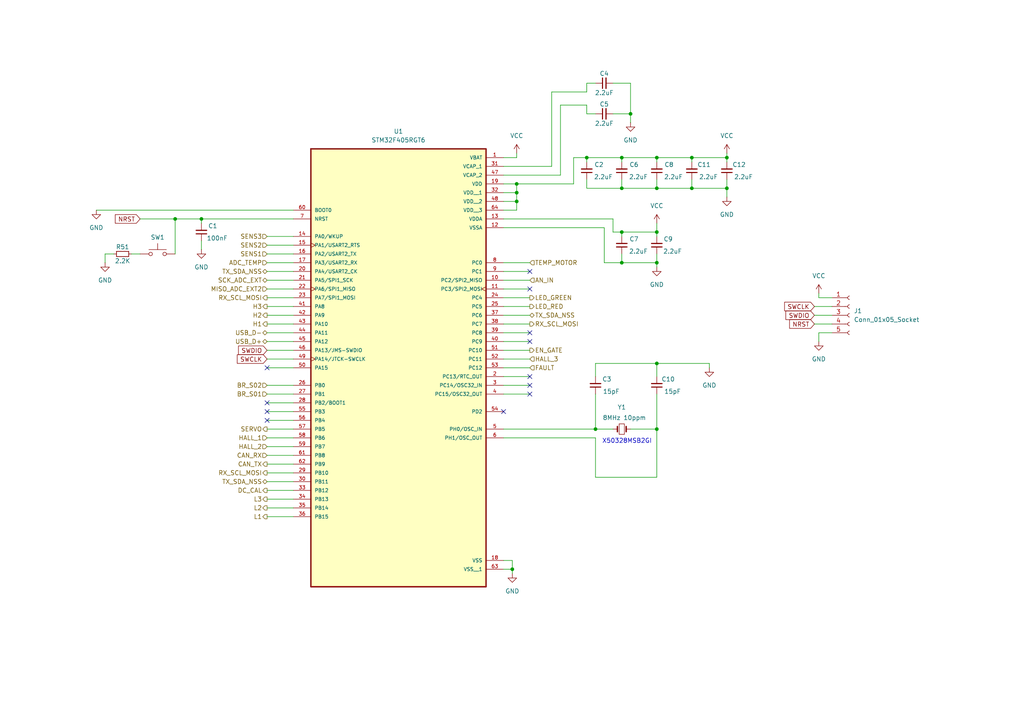
<source format=kicad_sch>
(kicad_sch (version 20231120) (generator "eeschema") (generator_version "8.0")
  (paper "A4")
  (lib_symbols
    (symbol "Connector:Conn_01x05_Socket" (pin_names (offset 1.016) hide)
      (property "Reference" "J" (at 0 7.62 0))
      (property "Value" "Conn_01x05_Socket" (at 0 -7.62 0))
      (symbol "Conn_01x05_Socket_1_1"
        (arc (start 0 -4.572) (mid -0.5058 -5.08) (end 0 -5.588) (stroke (width 0.1524)))
        (arc (start 0 -2.032) (mid -0.5058 -2.54) (end 0 -3.048) (stroke (width 0.1524)))
        (polyline (pts (xy -1.27 -5.08) (xy -0.508 -5.08)) (stroke (width 0.1524)))
        (polyline (pts (xy -1.27 -2.54) (xy -0.508 -2.54)) (stroke (width 0.1524)))
        (polyline (pts (xy -1.27 0) (xy -0.508 0)) (stroke (width 0.1524)))
        (polyline (pts (xy -1.27 2.54) (xy -0.508 2.54)) (stroke (width 0.1524)))
        (polyline (pts (xy -1.27 5.08) (xy -0.508 5.08)) (stroke (width 0.1524)))
        (arc (start 0 0.508) (mid -0.5058 0) (end 0 -0.508) (stroke (width 0.1524)))
        (arc (start 0 3.048) (mid -0.5058 2.54) (end 0 2.032) (stroke (width 0.1524)))
        (arc (start 0 5.588) (mid -0.5058 5.08) (end 0 4.572) (stroke (width 0.1524)))
        (pin passive line (at -5.08 5.08 0) (length 3.81) (name "Pin_1") (number "1"))
        (pin passive line (at -5.08 2.54 0) (length 3.81) (name "Pin_2") (number "2"))
        (pin passive line (at -5.08 0 0) (length 3.81) (name "Pin_3") (number "3"))
        (pin passive line (at -5.08 -2.54 0) (length 3.81) (name "Pin_4") (number "4"))
        (pin passive line (at -5.08 -5.08 0) (length 3.81) (name "Pin_5") (number "5"))
      )
    )
    (symbol "Device:C_Small" (pin_numbers hide) (pin_names (offset 0.254) hide)
      (property "Reference" "C" (at 0.254 1.778 0))
      (property "Value" "C_Small" (at 0.254 -2.032 0))
      (symbol "C_Small_0_1"
        (polyline (pts (xy -1.524 -0.508) (xy 1.524 -0.508)) (stroke (width 0.3302)))
        (polyline (pts (xy -1.524 0.508) (xy 1.524 0.508)) (stroke (width 0.3048)))
      )
      (symbol "C_Small_1_1"
        (pin passive line (at 0 2.54 270) (length 2.032) (name "~") (number "1"))
        (pin passive line (at 0 -2.54 90) (length 2.032) (name "~") (number "2"))
      )
    )
    (symbol "Device:Crystal_Small" (pin_numbers hide) (pin_names (offset 1.016) hide)
      (property "Reference" "Y" (at 0 2.54 0))
      (property "Value" "Crystal_Small" (at 0 -2.54 0))
      (symbol "Crystal_Small_0_1"
        (rectangle (start -0.762 -1.524) (end 0.762 1.524))
        (polyline (pts (xy -1.27 -0.762) (xy -1.27 0.762)) (stroke (width 0.381)))
        (polyline (pts (xy 1.27 -0.762) (xy 1.27 0.762)) (stroke (width 0.381)))
      )
      (symbol "Crystal_Small_1_1"
        (pin passive line (at -2.54 0 0) (length 1.27) (name "1") (number "1"))
        (pin passive line (at 2.54 0 180) (length 1.27) (name "2") (number "2"))
      )
    )
    (symbol "Device:R_Small" (pin_numbers hide) (pin_names (offset 0.254) hide)
      (property "Reference" "R" (at 0.762 0.508 0))
      (property "Value" "R_Small" (at 0.762 -1.016 0))
      (symbol "R_Small_0_1"
        (rectangle (start -0.762 1.778) (end 0.762 -1.778) (stroke (width 0.2032)))
      )
      (symbol "R_Small_1_1"
        (pin passive line (at 0 2.54 270) (length 0.762) (name "~") (number "1"))
        (pin passive line (at 0 -2.54 90) (length 0.762) (name "~") (number "2"))
      )
    )
    (symbol "STM32F405RGT6:STM32F405RGT6" (pin_names (offset 1.016))
      (property "Reference" "U4" (at 0 63.5 0))
      (property "Value" "STM32F405RGT6" (at 0 60.96 0))
      (symbol "STM32F405RGT6_0_0"
        (rectangle (start -25.4 -68.58) (end 25.4 58.42) (stroke (width 0.41)) (fill (type background)))
        (pin power_in line (at 30.48 55.88 180) (length 5.08) (name "VBAT") (number "1"))
        (pin bidirectional line (at 30.48 20.32 180) (length 5.08) (name "PC2/SPI2_MISO") (number "10"))
        (pin bidirectional clock (at 30.48 17.78 180) (length 5.08) (name "PC3/SPI2_MOSI") (number "11"))
        (pin power_in line (at 30.48 35.56 180) (length 5.08) (name "VSSA") (number "12"))
        (pin power_in line (at 30.48 38.1 180) (length 5.08) (name "VDDA") (number "13"))
        (pin bidirectional line (at -30.48 33.02 0) (length 5.08) (name "PA0/WKUP") (number "14"))
        (pin bidirectional clock (at -30.48 30.48 0) (length 5.08) (name "PA1/USART2_RTS") (number "15"))
        (pin bidirectional line (at -30.48 27.94 0) (length 5.08) (name "PA2/USART2_TX") (number "16"))
        (pin bidirectional line (at -30.48 25.4 0) (length 5.08) (name "PA3/USART2_RX") (number "17"))
        (pin power_in line (at 30.48 -60.96 180) (length 5.08) (name "VSS") (number "18"))
        (pin power_in line (at 30.48 48.26 180) (length 5.08) (name "VDD") (number "19"))
        (pin bidirectional line (at 30.48 -7.62 180) (length 5.08) (name "PC13/RTC_OUT") (number "2"))
        (pin bidirectional line (at -30.48 22.86 0) (length 5.08) (name "PA4/USART2_CK") (number "20"))
        (pin bidirectional line (at -30.48 20.32 0) (length 5.08) (name "PA5/SPI1_SCK") (number "21"))
        (pin bidirectional clock (at -30.48 17.78 0) (length 5.08) (name "PA6/SPI1_MISO") (number "22"))
        (pin bidirectional line (at -30.48 15.24 0) (length 5.08) (name "PA7/SPI1_MOSI") (number "23"))
        (pin bidirectional line (at 30.48 15.24 180) (length 5.08) (name "PC4") (number "24"))
        (pin bidirectional line (at 30.48 12.7 180) (length 5.08) (name "PC5") (number "25"))
        (pin bidirectional line (at -30.48 -10.16 0) (length 5.08) (name "PB0") (number "26"))
        (pin bidirectional line (at -30.48 -12.7 0) (length 5.08) (name "PB1") (number "27"))
        (pin bidirectional line (at -30.48 -15.24 0) (length 5.08) (name "PB2/BOOT1") (number "28"))
        (pin bidirectional line (at -30.48 -35.56 0) (length 5.08) (name "PB10") (number "29"))
        (pin bidirectional line (at 30.48 -10.16 180) (length 5.08) (name "PC14/OSC32_IN") (number "3"))
        (pin bidirectional line (at -30.48 -38.1 0) (length 5.08) (name "PB11") (number "30"))
        (pin power_in line (at 30.48 53.34 180) (length 5.08) (name "VCAP_1") (number "31"))
        (pin power_in line (at 30.48 45.72 180) (length 5.08) (name "VDD__1") (number "32"))
        (pin bidirectional line (at -30.48 -40.64 0) (length 5.08) (name "PB12") (number "33"))
        (pin bidirectional line (at -30.48 -43.18 0) (length 5.08) (name "PB13") (number "34"))
        (pin bidirectional line (at -30.48 -45.72 0) (length 5.08) (name "PB14") (number "35"))
        (pin bidirectional line (at -30.48 -48.26 0) (length 5.08) (name "PB15") (number "36"))
        (pin bidirectional line (at 30.48 10.16 180) (length 5.08) (name "PC6") (number "37"))
        (pin bidirectional line (at 30.48 7.62 180) (length 5.08) (name "PC7") (number "38"))
        (pin bidirectional line (at 30.48 5.08 180) (length 5.08) (name "PC8") (number "39"))
        (pin bidirectional line (at 30.48 -12.7 180) (length 5.08) (name "PC15/OSC32_OUT") (number "4"))
        (pin bidirectional line (at 30.48 2.54 180) (length 5.08) (name "PC9") (number "40"))
        (pin bidirectional line (at -30.48 12.7 0) (length 5.08) (name "PA8") (number "41"))
        (pin bidirectional line (at -30.48 10.16 0) (length 5.08) (name "PA9") (number "42"))
        (pin bidirectional line (at -30.48 7.62 0) (length 5.08) (name "PA10") (number "43"))
        (pin bidirectional line (at -30.48 5.08 0) (length 5.08) (name "PA11") (number "44"))
        (pin bidirectional line (at -30.48 2.54 0) (length 5.08) (name "PA12") (number "45"))
        (pin bidirectional line (at -30.48 0 0) (length 5.08) (name "PA13/JMS-SWDIO") (number "46"))
        (pin power_in line (at 30.48 50.8 180) (length 5.08) (name "VCAP_2") (number "47"))
        (pin power_in line (at 30.48 43.18 180) (length 5.08) (name "VDD__2") (number "48"))
        (pin bidirectional clock (at -30.48 -2.54 0) (length 5.08) (name "PA14/JTCK-SWCLK") (number "49"))
        (pin bidirectional line (at 30.48 -22.86 180) (length 5.08) (name "PH0/OSC_IN") (number "5"))
        (pin bidirectional line (at -30.48 -5.08 0) (length 5.08) (name "PA15") (number "50"))
        (pin bidirectional line (at 30.48 0 180) (length 5.08) (name "PC10") (number "51"))
        (pin bidirectional line (at 30.48 -2.54 180) (length 5.08) (name "PC11") (number "52"))
        (pin bidirectional line (at 30.48 -5.08 180) (length 5.08) (name "PC12") (number "53"))
        (pin bidirectional line (at 30.48 -17.78 180) (length 5.08) (name "PD2") (number "54"))
        (pin bidirectional line (at -30.48 -17.78 0) (length 5.08) (name "PB3") (number "55"))
        (pin bidirectional line (at -30.48 -20.32 0) (length 5.08) (name "PB4") (number "56"))
        (pin bidirectional line (at -30.48 -22.86 0) (length 5.08) (name "PB5") (number "57"))
        (pin bidirectional line (at -30.48 -25.4 0) (length 5.08) (name "PB6") (number "58"))
        (pin bidirectional line (at -30.48 -27.94 0) (length 5.08) (name "PB7") (number "59"))
        (pin bidirectional line (at 30.48 -25.4 180) (length 5.08) (name "PH1/OSC_OUT") (number "6"))
        (pin bidirectional line (at -30.48 40.64 0) (length 5.08) (name "BOOT0") (number "60"))
        (pin bidirectional line (at -30.48 -30.48 0) (length 5.08) (name "PB8") (number "61"))
        (pin bidirectional line (at -30.48 -33.02 0) (length 5.08) (name "PB9") (number "62"))
        (pin power_in line (at 30.48 -63.5 180) (length 5.08) (name "VSS__1") (number "63"))
        (pin power_in line (at 30.48 40.64 180) (length 5.08) (name "VDD__3") (number "64"))
        (pin bidirectional line (at -30.48 38.1 0) (length 5.08) (name "NRST") (number "7"))
        (pin bidirectional line (at 30.48 25.4 180) (length 5.08) (name "PC0") (number "8"))
        (pin bidirectional line (at 30.48 22.86 180) (length 5.08) (name "PC1") (number "9"))
      )
    )
    (symbol "Switch:SW_Push" (pin_numbers hide) (pin_names (offset 1.016) hide)
      (property "Reference" "SW" (at 1.27 2.54 0))
      (property "Value" "SW_Push" (at 0 -1.524 0))
      (symbol "SW_Push_0_1"
        (circle (center -2.032 0) (radius 0.508))
        (polyline (pts (xy 0 1.27) (xy 0 3.048)))
        (polyline (pts (xy 2.54 1.27) (xy -2.54 1.27)))
        (circle (center 2.032 0) (radius 0.508))
        (pin passive line (at -5.08 0 0) (length 2.54) (name "1") (number "1"))
        (pin passive line (at 5.08 0 180) (length 2.54) (name "2") (number "2"))
      )
    )
    (symbol "power:GND" (power) (pin_numbers hide) (pin_names (offset 0) hide)
      (property "Value" "GND" (at 0 -3.81 0))
      (symbol "GND_0_1"
        (polyline (pts (xy 0 0) (xy 0 -1.27) (xy 1.27 -1.27) (xy 0 -2.54) (xy -1.27 -1.27) (xy 0 -1.27)))
      )
      (symbol "GND_1_1"
        (pin power_in line (at 0 0 270) (length 0) (name "~") (number "1"))
      )
    )
    (symbol "power:VCC" (power) (pin_numbers hide) (pin_names (offset 0) hide)
      (property "Value" "VCC" (at 0 3.556 0))
      (symbol "VCC_0_1"
        (polyline (pts (xy -0.762 1.27) (xy 0 2.54)))
        (polyline (pts (xy 0 0) (xy 0 2.54)))
        (polyline (pts (xy 0 2.54) (xy 0.762 1.27)))
      )
      (symbol "VCC_1_1"
        (pin power_in line (at 0 0 90) (length 0) (name "~") (number "1"))
      )
    )
  )
  (junction (at 200.66 54.61))
  (junction (at 180.34 67.31))
  (junction (at 182.88 33.02))
  (junction (at 180.34 76.2))
  (junction (at 149.86 58.42))
  (junction (at 170.18 45.72))
  (junction (at 190.5 124.46))
  (junction (at 149.86 55.88))
  (junction (at 50.8 63.5))
  (junction (at 210.82 45.72))
  (junction (at 180.34 45.72))
  (junction (at 58.42 63.5))
  (junction (at 190.5 105.41))
  (junction (at 200.66 45.72))
  (junction (at 172.72 124.46))
  (junction (at 190.5 45.72))
  (junction (at 190.5 67.31))
  (junction (at 190.5 54.61))
  (junction (at 210.82 54.61))
  (junction (at 148.59 165.1))
  (junction (at 190.5 76.2))
  (junction (at 149.86 53.34))
  (junction (at 180.34 54.61))
  (no_connect (at 153.67 111.76))
  (no_connect (at 153.67 109.22))
  (no_connect (at 77.47 121.92))
  (no_connect (at 153.67 99.06))
  (no_connect (at 153.67 114.3))
  (no_connect (at 77.47 116.84))
  (no_connect (at 77.47 119.38))
  (no_connect (at 153.67 78.74))
  (no_connect (at 153.67 83.82))
  (no_connect (at 77.47 106.68))
  (no_connect (at 146.05 119.38))
  (no_connect (at 153.67 96.52))
  (wire (pts (xy 153.67 93.98) (xy 146.05 93.98)))
  (wire (pts (xy 146.05 58.42) (xy 149.86 58.42)))
  (wire (pts (xy 190.5 45.72) (xy 190.5 46.99)))
  (wire (pts (xy 146.05 55.88) (xy 149.86 55.88)))
  (wire (pts (xy 177.8 24.13) (xy 182.88 24.13)))
  (wire (pts (xy 77.47 104.14) (xy 85.09 104.14)))
  (wire (pts (xy 180.34 67.31) (xy 180.34 68.58)))
  (wire (pts (xy 153.67 86.36) (xy 146.05 86.36)))
  (wire (pts (xy 190.5 54.61) (xy 200.66 54.61)))
  (wire (pts (xy 172.72 114.3) (xy 172.72 124.46)))
  (wire (pts (xy 241.3 86.36) (xy 237.49 86.36)))
  (wire (pts (xy 190.5 76.2) (xy 190.5 73.66)))
  (wire (pts (xy 190.5 45.72) (xy 200.66 45.72)))
  (wire (pts (xy 77.47 121.92) (xy 85.09 121.92)))
  (wire (pts (xy 148.59 162.56) (xy 148.59 165.1)))
  (wire (pts (xy 85.09 63.5) (xy 58.42 63.5)))
  (wire (pts (xy 170.18 45.72) (xy 180.34 45.72)))
  (wire (pts (xy 77.47 119.38) (xy 85.09 119.38)))
  (wire (pts (xy 190.5 138.43) (xy 190.5 124.46)))
  (wire (pts (xy 149.86 55.88) (xy 149.86 58.42)))
  (wire (pts (xy 200.66 52.07) (xy 200.66 54.61)))
  (wire (pts (xy 33.02 73.66) (xy 30.48 73.66)))
  (wire (pts (xy 180.34 45.72) (xy 180.34 46.99)))
  (wire (pts (xy 77.47 114.3) (xy 85.09 114.3)))
  (wire (pts (xy 190.5 67.31) (xy 190.5 68.58)))
  (wire (pts (xy 146.05 124.46) (xy 172.72 124.46)))
  (wire (pts (xy 146.05 53.34) (xy 149.86 53.34)))
  (wire (pts (xy 77.47 142.24) (xy 85.09 142.24)))
  (wire (pts (xy 182.88 124.46) (xy 190.5 124.46)))
  (wire (pts (xy 153.67 101.6) (xy 146.05 101.6)))
  (wire (pts (xy 77.47 78.74) (xy 85.09 78.74)))
  (wire (pts (xy 153.67 114.3) (xy 146.05 114.3)))
  (wire (pts (xy 172.72 127) (xy 172.72 138.43)))
  (wire (pts (xy 77.47 134.62) (xy 85.09 134.62)))
  (wire (pts (xy 153.67 109.22) (xy 146.05 109.22)))
  (wire (pts (xy 175.26 66.04) (xy 175.26 76.2)))
  (wire (pts (xy 153.67 78.74) (xy 146.05 78.74)))
  (wire (pts (xy 180.34 45.72) (xy 190.5 45.72)))
  (wire (pts (xy 77.47 111.76) (xy 85.09 111.76)))
  (wire (pts (xy 77.47 116.84) (xy 85.09 116.84)))
  (wire (pts (xy 146.05 45.72) (xy 149.86 45.72)))
  (wire (pts (xy 182.88 33.02) (xy 177.8 33.02)))
  (wire (pts (xy 180.34 54.61) (xy 190.5 54.61)))
  (wire (pts (xy 172.72 109.22) (xy 172.72 105.41)))
  (wire (pts (xy 77.47 106.68) (xy 85.09 106.68)))
  (wire (pts (xy 190.5 76.2) (xy 190.5 77.47)))
  (wire (pts (xy 77.47 83.82) (xy 85.09 83.82)))
  (wire (pts (xy 170.18 45.72) (xy 170.18 46.99)))
  (wire (pts (xy 200.66 45.72) (xy 200.66 46.99)))
  (wire (pts (xy 190.5 105.41) (xy 205.74 105.41)))
  (wire (pts (xy 77.47 147.32) (xy 85.09 147.32)))
  (wire (pts (xy 237.49 96.52) (xy 241.3 96.52)))
  (wire (pts (xy 77.47 139.7) (xy 85.09 139.7)))
  (wire (pts (xy 77.47 127) (xy 85.09 127)))
  (wire (pts (xy 166.37 53.34) (xy 166.37 45.72)))
  (wire (pts (xy 146.05 66.04) (xy 175.26 66.04)))
  (wire (pts (xy 175.26 76.2) (xy 180.34 76.2)))
  (wire (pts (xy 210.82 54.61) (xy 210.82 52.07)))
  (wire (pts (xy 149.86 44.45) (xy 149.86 45.72)))
  (wire (pts (xy 146.05 76.2) (xy 153.67 76.2)))
  (wire (pts (xy 153.67 104.14) (xy 146.05 104.14)))
  (wire (pts (xy 166.37 45.72) (xy 170.18 45.72)))
  (wire (pts (xy 153.67 83.82) (xy 146.05 83.82)))
  (wire (pts (xy 162.56 30.48) (xy 162.56 50.8)))
  (wire (pts (xy 30.48 73.66) (xy 30.48 76.2)))
  (wire (pts (xy 148.59 165.1) (xy 146.05 165.1)))
  (wire (pts (xy 153.67 88.9) (xy 146.05 88.9)))
  (wire (pts (xy 160.02 48.26) (xy 146.05 48.26)))
  (wire (pts (xy 205.74 105.41) (xy 205.74 106.68)))
  (wire (pts (xy 148.59 162.56) (xy 146.05 162.56)))
  (wire (pts (xy 170.18 30.48) (xy 170.18 33.02)))
  (wire (pts (xy 146.05 127) (xy 172.72 127)))
  (wire (pts (xy 237.49 99.06) (xy 237.49 96.52)))
  (wire (pts (xy 160.02 26.67) (xy 160.02 48.26)))
  (wire (pts (xy 190.5 114.3) (xy 190.5 124.46)))
  (wire (pts (xy 77.47 132.08) (xy 85.09 132.08)))
  (wire (pts (xy 180.34 76.2) (xy 190.5 76.2)))
  (wire (pts (xy 148.59 165.1) (xy 148.59 166.37)))
  (wire (pts (xy 177.8 63.5) (xy 177.8 67.31)))
  (wire (pts (xy 236.22 93.98) (xy 241.3 93.98)))
  (wire (pts (xy 77.47 71.12) (xy 85.09 71.12)))
  (wire (pts (xy 58.42 63.5) (xy 58.42 64.77)))
  (wire (pts (xy 190.5 105.41) (xy 190.5 109.22)))
  (wire (pts (xy 146.05 63.5) (xy 177.8 63.5)))
  (wire (pts (xy 77.47 149.86) (xy 85.09 149.86)))
  (wire (pts (xy 162.56 30.48) (xy 170.18 30.48)))
  (wire (pts (xy 40.64 73.66) (xy 38.1 73.66)))
  (wire (pts (xy 237.49 86.36) (xy 237.49 85.09)))
  (wire (pts (xy 50.8 73.66) (xy 50.8 63.5)))
  (wire (pts (xy 236.22 88.9) (xy 241.3 88.9)))
  (wire (pts (xy 77.47 73.66) (xy 85.09 73.66)))
  (wire (pts (xy 172.72 124.46) (xy 177.8 124.46)))
  (wire (pts (xy 77.47 91.44) (xy 85.09 91.44)))
  (wire (pts (xy 77.47 124.46) (xy 85.09 124.46)))
  (wire (pts (xy 77.47 101.6) (xy 85.09 101.6)))
  (wire (pts (xy 190.5 54.61) (xy 190.5 52.07)))
  (wire (pts (xy 40.64 63.5) (xy 50.8 63.5)))
  (wire (pts (xy 170.18 54.61) (xy 180.34 54.61)))
  (wire (pts (xy 77.47 86.36) (xy 85.09 86.36)))
  (wire (pts (xy 153.67 91.44) (xy 146.05 91.44)))
  (wire (pts (xy 170.18 33.02) (xy 172.72 33.02)))
  (wire (pts (xy 149.86 58.42) (xy 149.86 60.96)))
  (wire (pts (xy 177.8 67.31) (xy 180.34 67.31)))
  (wire (pts (xy 77.47 81.28) (xy 85.09 81.28)))
  (wire (pts (xy 182.88 33.02) (xy 182.88 35.56)))
  (wire (pts (xy 77.47 129.54) (xy 85.09 129.54)))
  (wire (pts (xy 210.82 44.45) (xy 210.82 45.72)))
  (wire (pts (xy 77.47 144.78) (xy 85.09 144.78)))
  (wire (pts (xy 236.22 91.44) (xy 241.3 91.44)))
  (wire (pts (xy 182.88 24.13) (xy 182.88 33.02)))
  (wire (pts (xy 58.42 69.85) (xy 58.42 72.39)))
  (wire (pts (xy 200.66 54.61) (xy 210.82 54.61)))
  (wire (pts (xy 180.34 67.31) (xy 190.5 67.31)))
  (wire (pts (xy 210.82 45.72) (xy 210.82 46.99)))
  (wire (pts (xy 200.66 45.72) (xy 210.82 45.72)))
  (wire (pts (xy 210.82 57.15) (xy 210.82 54.61)))
  (wire (pts (xy 180.34 73.66) (xy 180.34 76.2)))
  (wire (pts (xy 149.86 53.34) (xy 149.86 55.88)))
  (wire (pts (xy 153.67 99.06) (xy 146.05 99.06)))
  (wire (pts (xy 153.67 81.28) (xy 146.05 81.28)))
  (wire (pts (xy 50.8 63.5) (xy 58.42 63.5)))
  (wire (pts (xy 172.72 138.43) (xy 190.5 138.43)))
  (wire (pts (xy 77.47 93.98) (xy 85.09 93.98)))
  (wire (pts (xy 170.18 24.13) (xy 172.72 24.13)))
  (wire (pts (xy 170.18 26.67) (xy 170.18 24.13)))
  (wire (pts (xy 153.67 111.76) (xy 146.05 111.76)))
  (wire (pts (xy 146.05 60.96) (xy 149.86 60.96)))
  (wire (pts (xy 153.67 106.68) (xy 146.05 106.68)))
  (wire (pts (xy 153.67 96.52) (xy 146.05 96.52)))
  (wire (pts (xy 77.47 76.2) (xy 85.09 76.2)))
  (wire (pts (xy 172.72 105.41) (xy 190.5 105.41)))
  (wire (pts (xy 77.47 137.16) (xy 85.09 137.16)))
  (wire (pts (xy 27.94 60.96) (xy 85.09 60.96)))
  (wire (pts (xy 77.47 96.52) (xy 85.09 96.52)))
  (wire (pts (xy 77.47 99.06) (xy 85.09 99.06)))
  (wire (pts (xy 77.47 68.58) (xy 85.09 68.58)))
  (wire (pts (xy 162.56 50.8) (xy 146.05 50.8)))
  (wire (pts (xy 170.18 52.07) (xy 170.18 54.61)))
  (wire (pts (xy 77.47 88.9) (xy 85.09 88.9)))
  (wire (pts (xy 160.02 26.67) (xy 170.18 26.67)))
  (wire (pts (xy 180.34 52.07) (xy 180.34 54.61)))
  (wire (pts (xy 149.86 53.34) (xy 166.37 53.34)))
  (wire (pts (xy 190.5 64.77) (xy 190.5 67.31)))
  (text "X50328MSB2GI" (at 181.864 128.016 0) (effects (font (size 1.27 1.27))))
  (global_label "NRST" (shape input) (at 40.64 63.5 180) (property "Intersheetrefs" "${INTERSHEET_REFS}" (effects (hide yes))))
  (global_label "SWDIO" (shape input) (at 236.22 91.44 180) (property "Intersheetrefs" "${INTERSHEET_REFS}" (effects (hide yes))))
  (global_label "SWCLK" (shape input) (at 236.22 88.9 180) (property "Intersheetrefs" "${INTERSHEET_REFS}" (effects (hide yes))))
  (global_label "NRST" (shape input) (at 236.22 93.98 180) (property "Intersheetrefs" "${INTERSHEET_REFS}" (effects (hide yes))))
  (global_label "SWDIO" (shape input) (at 77.47 101.6 180) (property "Intersheetrefs" "${INTERSHEET_REFS}" (effects (hide yes))))
  (global_label "SWCLK" (shape input) (at 77.47 104.14 180) (property "Intersheetrefs" "${INTERSHEET_REFS}" (effects (hide yes))))
  (hierarchical_label "SERVO" (shape output) (at 77.47 124.46 180))
  (hierarchical_label "TEMP_MOTOR" (shape input) (at 153.67 76.2 0))
  (hierarchical_label "H1" (shape output) (at 77.47 93.98 180))
  (hierarchical_label "TX_SDA_NSS" (shape bidirectional) (at 77.47 139.7 180))
  (hierarchical_label "SENS3" (shape input) (at 77.47 68.58 180))
  (hierarchical_label "LED_GREEN" (shape output) (at 153.67 86.36 0))
  (hierarchical_label "SCK_ADC_EXT" (shape bidirectional) (at 77.47 81.28 180))
  (hierarchical_label "L2" (shape output) (at 77.47 147.32 180))
  (hierarchical_label "L1" (shape output) (at 77.47 149.86 180))
  (hierarchical_label "EN_GATE" (shape output) (at 153.67 101.6 0))
  (hierarchical_label "ADC_TEMP" (shape input) (at 77.47 76.2 180))
  (hierarchical_label "L3" (shape output) (at 77.47 144.78 180))
  (hierarchical_label "RX_SCL_MOSI" (shape output) (at 77.47 86.36 180))
  (hierarchical_label "CAN_TX" (shape output) (at 77.47 134.62 180))
  (hierarchical_label "SENS2" (shape input) (at 77.47 71.12 180))
  (hierarchical_label "FAULT" (shape input) (at 153.67 106.68 0))
  (hierarchical_label "H3" (shape output) (at 77.47 88.9 180))
  (hierarchical_label "LED_RED" (shape output) (at 153.67 88.9 0))
  (hierarchical_label "TX_SDA_NSS" (shape bidirectional) (at 153.67 91.44 0))
  (hierarchical_label "AN_IN" (shape input) (at 153.67 81.28 0))
  (hierarchical_label "RX_SCL_MOSI" (shape output) (at 153.67 93.98 0))
  (hierarchical_label "USB_D+" (shape bidirectional) (at 77.47 99.06 180))
  (hierarchical_label "TX_SDA_NSS" (shape bidirectional) (at 77.47 78.74 180))
  (hierarchical_label "SENS1" (shape input) (at 77.47 73.66 180))
  (hierarchical_label "HALL_3" (shape input) (at 153.67 104.14 0))
  (hierarchical_label "USB_D-" (shape bidirectional) (at 77.47 96.52 180))
  (hierarchical_label "CAN_RX" (shape input) (at 77.47 132.08 180))
  (hierarchical_label "HALL_2" (shape input) (at 77.47 129.54 180))
  (hierarchical_label "BR_S02" (shape input) (at 77.47 111.76 180))
  (hierarchical_label "MISO_ADC_EXT2" (shape input) (at 77.47 83.82 180))
  (hierarchical_label "BR_S01" (shape input) (at 77.47 114.3 180))
  (hierarchical_label "HALL_1" (shape input) (at 77.47 127 180))
  (hierarchical_label "H2" (shape output) (at 77.47 91.44 180))
  (hierarchical_label "DC_CAL" (shape output) (at 77.47 142.24 180))
  (hierarchical_label "RX_SCL_MOSI" (shape output) (at 77.47 137.16 180))
  (symbol (lib_id "power:VCC") (at 190.5 64.77 0) (unit 1)
    (property "Reference" "#PWR07" (effects (hide yes)))
    (property "Value" "VCC" (at 190.5 59.69 0))
    (property "Description" "Power symbol creates a global label with name \"VCC\"" (effects (hide yes)))
  )
  (symbol (lib_id "Device:R_Small") (at 35.56 73.66 90) (unit 1)
    (property "Reference" "R51" (at 35.56 71.628 90))
    (property "Value" "2.2K" (at 35.56 75.692 90))
    (property "Footprint" "Resistor_SMD:R_0603_1608Metric" (effects (hide yes)))
    (property "Description" "Resistor, small symbol" (effects (hide yes)))
  )
  (symbol (lib_id "power:GND") (at 237.49 99.06 0) (unit 1)
    (property "Reference" "#PWR013" (effects (hide yes)))
    (property "Value" "GND" (at 237.49 104.14 0))
    (property "Description" "Power symbol creates a global label with name \"GND\" , ground" (effects (hide yes)))
  )
  (symbol (lib_id "power:GND") (at 58.42 72.39 0) (unit 1)
    (property "Reference" "#PWR02" (effects (hide yes)))
    (property "Value" "GND" (at 58.42 77.47 0))
    (property "Description" "Power symbol creates a global label with name \"GND\" , ground" (effects (hide yes)))
  )
  (symbol (lib_id "Device:C_Small") (at 190.5 111.76 180) (unit 1)
    (property "Reference" "C10" (at 193.802 109.982 0))
    (property "Value" "15pF" (at 195.072 113.538 0))
    (property "Footprint" "Capacitor_SMD:C_0603_1608Metric" (effects (hide yes)))
    (property "Description" "Unpolarized capacitor, small symbol" (effects (hide yes)))
  )
  (symbol (lib_id "Device:C_Small") (at 180.34 71.12 180) (unit 1)
    (property "Reference" "C7" (at 183.896 69.342 0))
    (property "Value" "2.2uF" (at 185.166 72.898 0))
    (property "Footprint" "Capacitor_SMD:C_0603_1608Metric" (effects (hide yes)))
    (property "Description" "Unpolarized capacitor, small symbol" (effects (hide yes)))
  )
  (symbol (lib_id "power:VCC") (at 149.86 44.45 0) (unit 1)
    (property "Reference" "#PWR04" (effects (hide yes)))
    (property "Value" "VCC" (at 149.86 39.37 0))
    (property "Description" "Power symbol creates a global label with name \"VCC\"" (effects (hide yes)))
  )
  (symbol (lib_id "power:GND") (at 182.88 35.56 0) (unit 1)
    (property "Reference" "#PWR06" (effects (hide yes)))
    (property "Value" "GND" (at 182.88 40.64 0))
    (property "Description" "Power symbol creates a global label with name \"GND\" , ground" (effects (hide yes)))
  )
  (symbol (lib_id "Connector:Conn_01x05_Socket") (at 246.38 91.44 0) (unit 1)
    (property "Reference" "J1" (at 247.65 90.1699 0) (effects (justify left)))
    (property "Value" "Conn_01x05_Socket" (at 247.65 92.7099 0) (effects (justify left)))
    (property "Footprint" "Connector_JST:JST_XH_B5B-XH-AM_1x05_P2.50mm_Vertical" (effects (hide yes)))
    (property "Description" "Generic connector, single row, 01x05, script generated" (effects (hide yes)))
  )
  (symbol (lib_id "Device:C_Small") (at 180.34 49.53 180) (unit 1)
    (property "Reference" "C6" (at 183.896 47.752 0))
    (property "Value" "2.2uF" (at 185.166 51.308 0))
    (property "Footprint" "Capacitor_SMD:C_0603_1608Metric" (effects (hide yes)))
    (property "Description" "Unpolarized capacitor, small symbol" (effects (hide yes)))
  )
  (symbol (lib_id "Switch:SW_Push") (at 45.72 73.66 0) (unit 1)
    (property "Reference" "SW1" (at 45.72 68.834 0))
    (property "Value" "SW_Push" (effects (hide yes)))
    (property "Footprint" "Button_Switch_SMD:SW_Tactile_SPST_NO_Straight_CK_PTS636Sx25SMTRLFS" (effects (hide yes)))
    (property "Description" "Push button switch, generic, two pins" (effects (hide yes)))
  )
  (symbol (lib_id "power:GND") (at 27.94 60.96 0) (unit 1)
    (property "Reference" "#PWR01" (effects (hide yes)))
    (property "Value" "GND" (at 27.94 66.04 0))
    (property "Description" "Power symbol creates a global label with name \"GND\" , ground" (effects (hide yes)))
  )
  (symbol (lib_id "Device:C_Small") (at 190.5 49.53 180) (unit 1)
    (property "Reference" "C8" (at 194.056 47.752 0))
    (property "Value" "2.2uF" (at 195.326 51.308 0))
    (property "Footprint" "Capacitor_SMD:C_0603_1608Metric" (effects (hide yes)))
    (property "Description" "Unpolarized capacitor, small symbol" (effects (hide yes)))
  )
  (symbol (lib_id "Device:C_Small") (at 175.26 24.13 90) (unit 1)
    (property "Reference" "C4" (at 175.26 21.336 90))
    (property "Value" "2.2uF" (at 175.26 26.924 90))
    (property "Footprint" "Capacitor_SMD:C_0603_1608Metric" (effects (hide yes)))
    (property "Description" "Unpolarized capacitor, small symbol" (effects (hide yes)))
  )
  (symbol (lib_id "power:GND") (at 210.82 57.15 0) (unit 1)
    (property "Reference" "#PWR011" (effects (hide yes)))
    (property "Value" "GND" (at 210.82 62.23 0))
    (property "Description" "Power symbol creates a global label with name \"GND\" , ground" (effects (hide yes)))
  )
  (symbol (lib_id "Device:C_Small") (at 172.72 111.76 180) (unit 1)
    (property "Reference" "C3" (at 176.022 109.982 0))
    (property "Value" "15pF" (at 177.292 113.538 0))
    (property "Footprint" "Capacitor_SMD:C_0603_1608Metric" (effects (hide yes)))
    (property "Description" "Unpolarized capacitor, small symbol" (effects (hide yes)))
  )
  (symbol (lib_id "Device:C_Small") (at 170.18 49.53 180) (unit 1)
    (property "Reference" "C2" (at 173.736 47.752 0))
    (property "Value" "2.2uF" (at 175.006 51.308 0))
    (property "Footprint" "Capacitor_SMD:C_0603_1608Metric" (effects (hide yes)))
    (property "Description" "Unpolarized capacitor, small symbol" (effects (hide yes)))
  )
  (symbol (lib_id "Device:C_Small") (at 210.82 49.53 180) (unit 1)
    (property "Reference" "C12" (at 214.376 47.752 0))
    (property "Value" "2.2uF" (at 215.646 51.308 0))
    (property "Footprint" "Capacitor_SMD:C_0603_1608Metric" (effects (hide yes)))
    (property "Description" "Unpolarized capacitor, small symbol" (effects (hide yes)))
  )
  (symbol (lib_id "Device:C_Small") (at 58.42 67.31 180) (unit 1)
    (property "Reference" "C1" (at 61.722 65.532 0))
    (property "Value" "100nF" (at 62.992 69.088 0))
    (property "Footprint" "Capacitor_SMD:C_0603_1608Metric" (effects (hide yes)))
    (property "Description" "Unpolarized capacitor, small symbol" (effects (hide yes)))
  )
  (symbol (lib_id "power:GND") (at 190.5 77.47 0) (unit 1)
    (property "Reference" "#PWR08" (effects (hide yes)))
    (property "Value" "GND" (at 190.5 82.55 0))
    (property "Description" "Power symbol creates a global label with name \"GND\" , ground" (effects (hide yes)))
  )
  (symbol (lib_id "Device:C_Small") (at 190.5 71.12 180) (unit 1)
    (property "Reference" "C9" (at 193.802 69.342 0))
    (property "Value" "2.2uF" (at 195.072 72.898 0))
    (property "Footprint" "Capacitor_SMD:C_0603_1608Metric" (effects (hide yes)))
    (property "Description" "Unpolarized capacitor, small symbol" (effects (hide yes)))
  )
  (symbol (lib_id "Device:Crystal_Small") (at 180.34 124.46 0) (unit 1)
    (property "Reference" "Y1" (at 180.34 118.11 0))
    (property "Value" "8MHz 10ppm" (at 181.102 121.158 0))
    (property "Footprint" "Crystal:Crystal_SMD_Abracon_ABM3-2Pin_5.0x3.2mm" (effects (hide yes)))
    (property "Description" "Two pin crystal, small symbol" (effects (hide yes)))
  )
  (symbol (lib_id "power:VCC") (at 210.82 44.45 0) (unit 1)
    (property "Reference" "#PWR010" (effects (hide yes)))
    (property "Value" "VCC" (at 210.82 39.37 0))
    (property "Description" "Power symbol creates a global label with name \"VCC\"" (effects (hide yes)))
  )
  (symbol (lib_id "STM32F405RGT6:STM32F405RGT6") (at 115.57 101.6 0) (unit 1)
    (property "Reference" "U1" (at 115.57 38.1 0))
    (property "Value" "STM32F405RGT6" (at 115.57 40.64 0))
    (property "Footprint" "STM32F405RGT6:QFP50P1200X1200X160-64N" (effects (hide yes)))
    (property "PARTREV" "LTR" (effects (hide yes)))
    (property "STANDARD" "IPC-7351B" (effects (hide yes)))
    (property "MANUFACTURER" "STMicroelectronics" (effects (hide yes)))
  )
  (symbol (lib_id "Device:C_Small") (at 175.26 33.02 90) (unit 1)
    (property "Reference" "C5" (at 175.26 30.226 90))
    (property "Value" "2.2uF" (at 175.26 35.814 90))
    (property "Footprint" "Capacitor_SMD:C_0603_1608Metric" (effects (hide yes)))
    (property "Description" "Unpolarized capacitor, small symbol" (effects (hide yes)))
  )
  (symbol (lib_id "power:VCC") (at 237.49 85.09 0) (unit 1)
    (property "Reference" "#PWR012" (effects (hide yes)))
    (property "Value" "VCC" (at 237.49 80.01 0))
    (property "Description" "Power symbol creates a global label with name \"VCC\"" (effects (hide yes)))
  )
  (symbol (lib_id "power:GND") (at 30.48 76.2 0) (unit 1)
    (property "Reference" "#PWR088" (effects (hide yes)))
    (property "Value" "GND" (at 30.48 81.28 0))
    (property "Description" "Power symbol creates a global label with name \"GND\" , ground" (effects (hide yes)))
  )
  (symbol (lib_id "power:GND") (at 205.74 106.68 0) (unit 1)
    (property "Reference" "#PWR09" (effects (hide yes)))
    (property "Value" "GND" (at 205.74 111.76 0))
    (property "Description" "Power symbol creates a global label with name \"GND\" , ground" (effects (hide yes)))
  )
  (symbol (lib_id "power:GND") (at 148.59 166.37 0) (unit 1)
    (property "Reference" "#PWR03" (effects (hide yes)))
    (property "Value" "GND" (at 148.59 171.45 0))
    (property "Description" "Power symbol creates a global label with name \"GND\" , ground" (effects (hide yes)))
  )
  (symbol (lib_id "Device:C_Small") (at 200.66 49.53 180) (unit 1)
    (property "Reference" "C11" (at 204.216 47.752 0))
    (property "Value" "2.2uF" (at 205.486 51.308 0))
    (property "Footprint" "Capacitor_SMD:C_0603_1608Metric" (effects (hide yes)))
    (property "Description" "Unpolarized capacitor, small symbol" (effects (hide yes)))
  )
)
</source>
